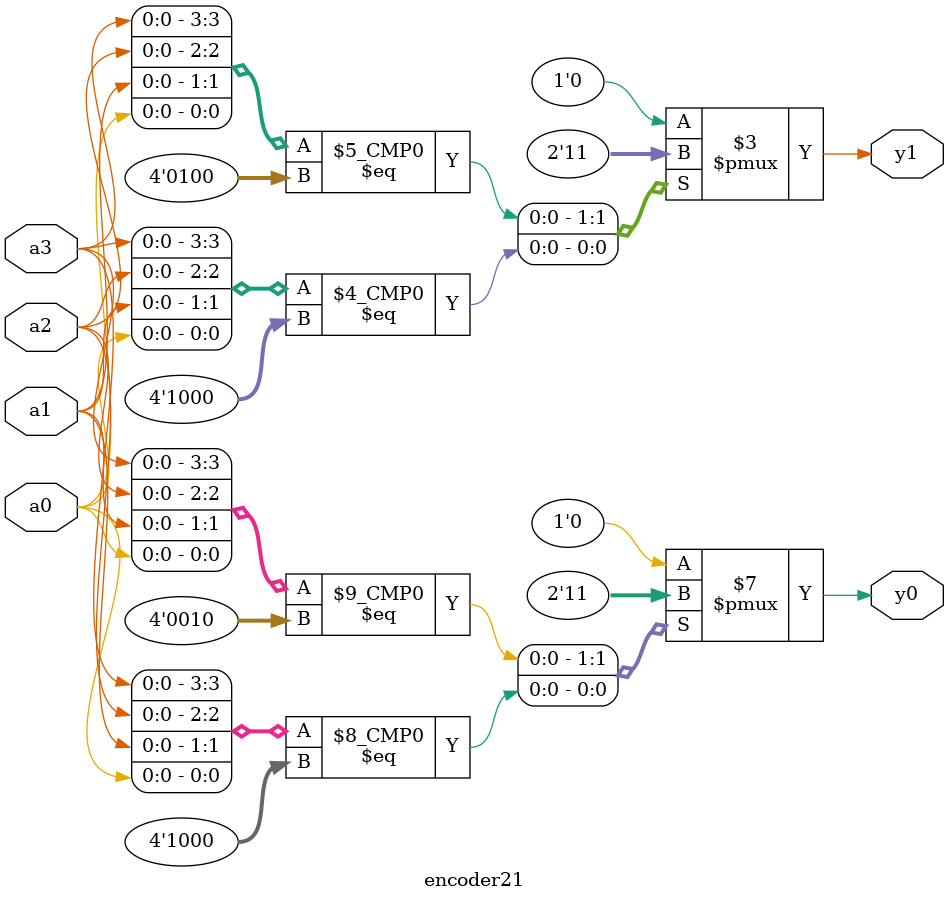
<source format=v>
module encoder21 (a0,a1,a2,a3,y0,y1);
    input a0,a1,a2,a3;
    output reg y0,y1;
    always@(*)
    begin
        case({a3,a2,a1,a0})
            4'b0001:
                begin 
                    y0= 1'b0;
                    y1 = 1'b0; 
                end
            4'b0010:
                begin 
                    y0= 1'b1;
                    y1 = 1'b0; 
                end
            4'b0100: 
                begin 
                    y0= 1'b0;
                    y1 = 1'b1; 
                end
            4'b1000:
                begin 
                    y0= 1'b1;
                    y1 = 1'b1;  
                end
            default: begin
                y0= 1'b0;
                y1 = 1'b0; 
            end 
        endcase
    end
endmodule
</source>
